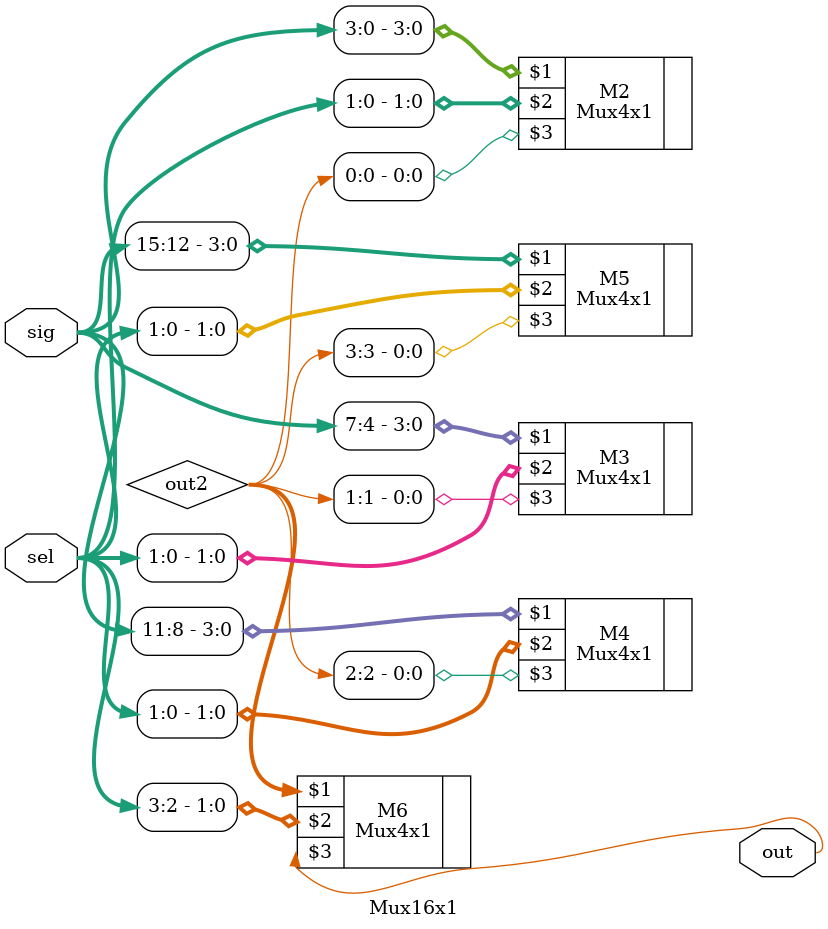
<source format=v>
module Mux16x1(
    input [15:0] sig,
    input [3:0] sel,
    output out
);

    wire [3:0]out2;
    
    Mux4x1 M2(sig[3:0], sel[1:0], out2[0]);
    Mux4x1 M3(sig[7:4], sel[1:0], out2[1]);
    Mux4x1 M4(sig[11:8], sel[1:0], out2[2]);
    Mux4x1 M5(sig[15:12], sel[1:0], out2[3]);
    
    Mux4x1 M6(out2, sel[3:2], out);
    
    
    
    
endmodule
</source>
